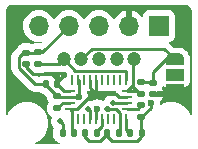
<source format=gbr>
%TF.GenerationSoftware,KiCad,Pcbnew,8.0.6-8.0.6-0~ubuntu24.04.1*%
%TF.CreationDate,2024-11-07T20:05:32-08:00*%
%TF.ProjectId,uSlime_BNO085_Module,75536c69-6d65-45f4-924e-4f3038355f4d,rev?*%
%TF.SameCoordinates,Original*%
%TF.FileFunction,Copper,L1,Top*%
%TF.FilePolarity,Positive*%
%FSLAX46Y46*%
G04 Gerber Fmt 4.6, Leading zero omitted, Abs format (unit mm)*
G04 Created by KiCad (PCBNEW 8.0.6-8.0.6-0~ubuntu24.04.1) date 2024-11-07 20:05:32*
%MOMM*%
%LPD*%
G01*
G04 APERTURE LIST*
G04 Aperture macros list*
%AMRoundRect*
0 Rectangle with rounded corners*
0 $1 Rounding radius*
0 $2 $3 $4 $5 $6 $7 $8 $9 X,Y pos of 4 corners*
0 Add a 4 corners polygon primitive as box body*
4,1,4,$2,$3,$4,$5,$6,$7,$8,$9,$2,$3,0*
0 Add four circle primitives for the rounded corners*
1,1,$1+$1,$2,$3*
1,1,$1+$1,$4,$5*
1,1,$1+$1,$6,$7*
1,1,$1+$1,$8,$9*
0 Add four rect primitives between the rounded corners*
20,1,$1+$1,$2,$3,$4,$5,0*
20,1,$1+$1,$4,$5,$6,$7,0*
20,1,$1+$1,$6,$7,$8,$9,0*
20,1,$1+$1,$8,$9,$2,$3,0*%
%AMFreePoly0*
4,1,19,0.550000,-0.750000,0.000000,-0.750000,0.000000,-0.744911,-0.071157,-0.744911,-0.207708,-0.704816,-0.327430,-0.627875,-0.420627,-0.520320,-0.479746,-0.390866,-0.500000,-0.250000,-0.500000,0.250000,-0.479746,0.390866,-0.420627,0.520320,-0.327430,0.627875,-0.207708,0.704816,-0.071157,0.744911,0.000000,0.744911,0.000000,0.750000,0.550000,0.750000,0.550000,-0.750000,0.550000,-0.750000,
$1*%
%AMFreePoly1*
4,1,19,0.000000,0.744911,0.071157,0.744911,0.207708,0.704816,0.327430,0.627875,0.420627,0.520320,0.479746,0.390866,0.500000,0.250000,0.500000,-0.250000,0.479746,-0.390866,0.420627,-0.520320,0.327430,-0.627875,0.207708,-0.704816,0.071157,-0.744911,0.000000,-0.744911,0.000000,-0.750000,-0.550000,-0.750000,-0.550000,0.750000,0.000000,0.750000,0.000000,0.744911,0.000000,0.744911,
$1*%
G04 Aperture macros list end*
%TA.AperFunction,SMDPad,CuDef*%
%ADD10RoundRect,0.135000X-0.135000X-0.185000X0.135000X-0.185000X0.135000X0.185000X-0.135000X0.185000X0*%
%TD*%
%TA.AperFunction,SMDPad,CuDef*%
%ADD11RoundRect,0.140000X-0.170000X0.140000X-0.170000X-0.140000X0.170000X-0.140000X0.170000X0.140000X0*%
%TD*%
%TA.AperFunction,SMDPad,CuDef*%
%ADD12RoundRect,0.140000X0.170000X-0.140000X0.170000X0.140000X-0.170000X0.140000X-0.170000X-0.140000X0*%
%TD*%
%TA.AperFunction,ComponentPad*%
%ADD13R,1.700000X1.700000*%
%TD*%
%TA.AperFunction,ComponentPad*%
%ADD14O,1.700000X1.700000*%
%TD*%
%TA.AperFunction,SMDPad,CuDef*%
%ADD15RoundRect,0.135000X0.135000X0.185000X-0.135000X0.185000X-0.135000X-0.185000X0.135000X-0.185000X0*%
%TD*%
%TA.AperFunction,SMDPad,CuDef*%
%ADD16RoundRect,0.140000X0.140000X0.170000X-0.140000X0.170000X-0.140000X-0.170000X0.140000X-0.170000X0*%
%TD*%
%TA.AperFunction,SMDPad,CuDef*%
%ADD17FreePoly0,270.000000*%
%TD*%
%TA.AperFunction,SMDPad,CuDef*%
%ADD18R,1.500000X1.000000*%
%TD*%
%TA.AperFunction,SMDPad,CuDef*%
%ADD19FreePoly1,270.000000*%
%TD*%
%TA.AperFunction,SMDPad,CuDef*%
%ADD20RoundRect,0.135000X-0.185000X0.135000X-0.185000X-0.135000X0.185000X-0.135000X0.185000X0.135000X0*%
%TD*%
%TA.AperFunction,ComponentPad*%
%ADD21C,1.200000*%
%TD*%
%TA.AperFunction,SMDPad,CuDef*%
%ADD22R,0.250000X0.914400*%
%TD*%
%TA.AperFunction,SMDPad,CuDef*%
%ADD23R,0.812800X0.250000*%
%TD*%
%TA.AperFunction,ViaPad*%
%ADD24C,0.600000*%
%TD*%
%TA.AperFunction,ViaPad*%
%ADD25C,0.500000*%
%TD*%
%TA.AperFunction,Conductor*%
%ADD26C,0.254000*%
%TD*%
G04 APERTURE END LIST*
D10*
%TO.P,R6,1*%
%TO.N,Net-(U1-ENV_SCL)*%
X10940000Y-11400000D03*
%TO.P,R6,2*%
%TO.N,+3.3V*%
X11960000Y-11400000D03*
%TD*%
D11*
%TO.P,C3,1*%
%TO.N,+3.3V*%
X2200000Y-4570000D03*
%TO.P,C3,2*%
%TO.N,GND*%
X2200000Y-5530000D03*
%TD*%
D12*
%TO.P,C2,1*%
%TO.N,GND*%
X12950000Y-8080000D03*
%TO.P,C2,2*%
%TO.N,+3.3V*%
X12950000Y-7120000D03*
%TD*%
D13*
%TO.P,J1,1,Pin_1*%
%TO.N,BNO_SCL*%
X13425000Y-2300000D03*
D14*
%TO.P,J1,2,Pin_2*%
%TO.N,GND*%
X10885000Y-2300000D03*
%TO.P,J1,3,Pin_3*%
%TO.N,BNO_INT2*%
X8345000Y-2300000D03*
%TO.P,J1,4,Pin_4*%
%TO.N,+3.3V*%
X5805000Y-2300000D03*
%TO.P,J1,5,Pin_5*%
%TO.N,BNO_SDA*%
X3265000Y-2300000D03*
%TD*%
D15*
%TO.P,R2,1*%
%TO.N,Net-(U1-NRST)*%
X8160000Y-11400000D03*
%TO.P,R2,2*%
%TO.N,+3.3V*%
X7140000Y-11400000D03*
%TD*%
D16*
%TO.P,C4,1*%
%TO.N,GND*%
X6230000Y-11400000D03*
%TO.P,C4,2*%
%TO.N,Net-(U1-CAP)*%
X5270000Y-11400000D03*
%TD*%
D17*
%TO.P,JP1,1,A*%
%TO.N,+3.3V*%
X14792500Y-5150000D03*
D18*
%TO.P,JP1,2,C*%
%TO.N,Net-(JP1-C)*%
X14792500Y-6450000D03*
D19*
%TO.P,JP1,3,B*%
%TO.N,GND*%
X14792500Y-7750000D03*
%TD*%
D20*
%TO.P,R3,1*%
%TO.N,+3.3V*%
X3200000Y-4540000D03*
%TO.P,R3,2*%
%TO.N,BNO_SDA*%
X3200000Y-5560000D03*
%TD*%
%TO.P,R7,1*%
%TO.N,Net-(U1-ENV_SDA)*%
X11900000Y-9040000D03*
%TO.P,R7,2*%
%TO.N,+3.3V*%
X11900000Y-10060000D03*
%TD*%
D21*
%TO.P,CN1,1,1*%
%TO.N,BNO_SCL*%
X11355000Y-5150000D03*
%TO.P,CN1,2,2*%
%TO.N,GND*%
X9855000Y-5150000D03*
%TO.P,CN1,3,3*%
%TO.N,BNO_INT2*%
X8355000Y-5150000D03*
%TO.P,CN1,4,4*%
%TO.N,+3.3V*%
X6855000Y-5150000D03*
%TO.P,CN1,5,5*%
%TO.N,BNO_SDA*%
X5355000Y-5150000D03*
%TD*%
D16*
%TO.P,C1,1*%
%TO.N,GND*%
X4830000Y-7250000D03*
%TO.P,C1,2*%
%TO.N,+3.3V*%
X3870000Y-7250000D03*
%TD*%
D22*
%TO.P,U1,1,RESV_NC*%
%TO.N,unconnected-(U1-RESV_NC-Pad1)*%
X6102600Y-6872670D03*
D23*
%TO.P,U1,2,GND*%
%TO.N,GND*%
X5911600Y-7800000D03*
%TO.P,U1,3,VDD*%
%TO.N,+3.3V*%
X5911600Y-8303070D03*
%TO.P,U1,4,BOOTN*%
%TO.N,Net-(U1-BOOTN)*%
X5911600Y-8803070D03*
%TO.P,U1,5,PS1*%
%TO.N,GND*%
X5911600Y-9303060D03*
D22*
%TO.P,U1,6,PS0/WAKE*%
X6102600Y-10225470D03*
%TO.P,U1,7,RESV_NC*%
%TO.N,unconnected-(U1-RESV_NC-Pad7)*%
X6602600Y-10225470D03*
%TO.P,U1,8,RESV_NC*%
%TO.N,unconnected-(U1-RESV_NC-Pad8)*%
X7102600Y-10225470D03*
%TO.P,U1,9,CAP*%
%TO.N,Net-(U1-CAP)*%
X7602600Y-10225470D03*
%TO.P,U1,10,CLKSEL0*%
%TO.N,+3.3V*%
X8102600Y-10225470D03*
%TO.P,U1,11,NRST*%
%TO.N,Net-(U1-NRST)*%
X8602600Y-10225470D03*
%TO.P,U1,12,RESV_NC*%
%TO.N,unconnected-(U1-RESV_NC-Pad12)*%
X9102600Y-10225470D03*
%TO.P,U1,13,RESV_NC*%
%TO.N,unconnected-(U1-RESV_NC-Pad13)*%
X9602600Y-10225470D03*
%TO.P,U1,14,H_INTN*%
%TO.N,BNO_INT2*%
X10102600Y-10225470D03*
%TO.P,U1,15,ENV_SCL*%
%TO.N,Net-(U1-ENV_SCL)*%
X10610600Y-10225470D03*
D23*
%TO.P,U1,16,ENV_SDA*%
%TO.N,Net-(U1-ENV_SDA)*%
X10737600Y-9303070D03*
%TO.P,U1,17,SA0/H_MOSI*%
%TO.N,Net-(JP1-C)*%
X10737600Y-8803070D03*
%TO.P,U1,18,H_CSN*%
%TO.N,GND*%
X10737600Y-8303070D03*
%TO.P,U1,19,H_SCL/SCK/RX*%
%TO.N,BNO_SCL*%
X10737600Y-7800000D03*
D22*
%TO.P,U1,20,H_SDA/H_MISO/TX*%
%TO.N,BNO_SDA*%
X10610600Y-6872670D03*
%TO.P,U1,21,RESV_NC*%
%TO.N,unconnected-(U1-RESV_NC-Pad21)*%
X10102600Y-6872670D03*
%TO.P,U1,22,RESV_NC*%
%TO.N,unconnected-(U1-RESV_NC-Pad22)*%
X9602600Y-6872670D03*
%TO.P,U1,23,RESV_NC*%
%TO.N,unconnected-(U1-RESV_NC-Pad23)*%
X9102600Y-6872670D03*
%TO.P,U1,24,RESV_NC*%
%TO.N,unconnected-(U1-RESV_NC-Pad24)*%
X8602600Y-6872670D03*
%TO.P,U1,25,GND*%
%TO.N,GND*%
X8102600Y-6872670D03*
%TO.P,U1,26,XOUT32/CLKSEL1*%
X7602600Y-6872670D03*
%TO.P,U1,27,XIN32*%
%TO.N,unconnected-(U1-XIN32-Pad27)*%
X7102600Y-6872670D03*
%TO.P,U1,28,VDDIO*%
%TO.N,+3.3V*%
X6602600Y-6872670D03*
%TD*%
D20*
%TO.P,R4,1*%
%TO.N,+3.3V*%
X11900000Y-7080000D03*
%TO.P,R4,2*%
%TO.N,BNO_SCL*%
X11900000Y-8100000D03*
%TD*%
%TO.P,R1,1*%
%TO.N,+3.3V*%
X4799000Y-8250000D03*
%TO.P,R1,2*%
%TO.N,Net-(U1-BOOTN)*%
X4799000Y-9270000D03*
%TD*%
D10*
%TO.P,R5,1*%
%TO.N,+3.3V*%
X9040000Y-11400000D03*
%TO.P,R5,2*%
%TO.N,BNO_INT2*%
X10060000Y-11400000D03*
%TD*%
D24*
%TO.N,GND*%
X8102600Y-8050000D03*
X5400000Y-6450000D03*
%TO.N,+3.3V*%
X12718845Y-8857751D03*
X6646972Y-8301535D03*
X8222180Y-9338431D03*
D25*
%TO.N,BNO_INT2*%
X9049182Y-9318268D03*
%TO.N,Net-(JP1-C)*%
X14800000Y-6450000D03*
X9523070Y-8803070D03*
%TO.N,Net-(U1-CAP)*%
X7420429Y-9361676D03*
X5050000Y-10400000D03*
%TD*%
D26*
%TO.N,GND*%
X8102600Y-8050000D02*
X7785219Y-8050000D01*
X7785219Y-8050000D02*
X6532159Y-9303060D01*
X7602600Y-6872670D02*
X7602600Y-7550000D01*
X6230000Y-11400000D02*
X6102600Y-11272600D01*
X6102600Y-11272600D02*
X6102600Y-10225470D01*
X6102600Y-10225470D02*
X6102600Y-9494060D01*
X9802200Y-8050000D02*
X10055270Y-8303070D01*
X2790001Y-6400000D02*
X4350000Y-6400000D01*
X6102600Y-9494060D02*
X5911600Y-9303060D01*
X4830000Y-7020000D02*
X5400000Y-6450000D01*
X4830000Y-7250000D02*
X4830000Y-7020000D01*
X8102600Y-8050000D02*
X9802200Y-8050000D01*
X7602600Y-7550000D02*
X8102600Y-8050000D01*
X10055270Y-8303070D02*
X10737600Y-8303070D01*
X8102600Y-8050000D02*
X8102600Y-6872670D01*
X6532159Y-9303060D02*
X5911600Y-9303060D01*
X5911600Y-7800000D02*
X5380000Y-7800000D01*
X2200000Y-5809999D02*
X2790001Y-6400000D01*
X12950000Y-8080000D02*
X14462500Y-8080000D01*
X2200000Y-5530000D02*
X2200000Y-5809999D01*
X14462500Y-8080000D02*
X14792500Y-7750000D01*
X4350000Y-6400000D02*
X4830000Y-6880000D01*
X5380000Y-7800000D02*
X4830000Y-7250000D01*
X4830000Y-6880000D02*
X4830000Y-7250000D01*
%TO.N,BNO_SCL*%
X11250000Y-7287600D02*
X11250000Y-5255000D01*
X10737600Y-7800000D02*
X11250000Y-7287600D01*
X11600000Y-7800000D02*
X10737600Y-7800000D01*
X11250000Y-7450000D02*
X11900000Y-8100000D01*
X11250000Y-7287600D02*
X11250000Y-7450000D01*
X11250000Y-5255000D02*
X11355000Y-5150000D01*
X11900000Y-8100000D02*
X11600000Y-7800000D01*
%TO.N,BNO_SDA*%
X3200000Y-5560000D02*
X4945000Y-5560000D01*
X6293470Y-6088470D02*
X10554600Y-6088470D01*
X10610600Y-6144470D02*
X10610600Y-6872670D01*
X4945000Y-5560000D02*
X5355000Y-5150000D01*
X10554600Y-6088470D02*
X10610600Y-6144470D01*
X5355000Y-5150000D02*
X6293470Y-6088470D01*
%TO.N,+3.3V*%
X8960000Y-11560000D02*
X9447000Y-12047000D01*
X2945682Y-7250000D02*
X1563000Y-5867318D01*
X11910000Y-11687000D02*
X11910000Y-11400000D01*
X6645000Y-6915070D02*
X6645000Y-8156070D01*
X3870000Y-7321000D02*
X4799000Y-8250000D01*
X12950000Y-7120000D02*
X12950000Y-6237500D01*
X9447000Y-12047000D02*
X11550000Y-12047000D01*
X1890001Y-4570000D02*
X2200000Y-4570000D01*
X1563000Y-4897001D02*
X1890001Y-4570000D01*
X11900000Y-10060000D02*
X11900000Y-11390000D01*
X7090000Y-11400000D02*
X7090000Y-11590000D01*
X8472999Y-12047000D02*
X8960000Y-11560000D01*
X12910000Y-7080000D02*
X12950000Y-7120000D01*
X11900000Y-11390000D02*
X11910000Y-11400000D01*
X12718845Y-9241155D02*
X11900000Y-10060000D01*
X3870000Y-7250000D02*
X3870000Y-7321000D01*
X7090000Y-11590000D02*
X7547000Y-12047000D01*
X6645000Y-8156070D02*
X6498000Y-8303070D01*
X2200000Y-4570000D02*
X3170000Y-4570000D01*
X7547000Y-12047000D02*
X8472999Y-12047000D01*
X1563000Y-5867318D02*
X1563000Y-4897001D01*
X7782000Y-4223000D02*
X13865500Y-4223000D01*
X8102600Y-10225470D02*
X8102600Y-9458011D01*
X3170000Y-4570000D02*
X3200000Y-4540000D01*
X6646972Y-8301535D02*
X6645437Y-8303070D01*
X3200000Y-4540000D02*
X3565000Y-4540000D01*
X3565000Y-4540000D02*
X5805000Y-2300000D01*
X8102600Y-9458011D02*
X8222180Y-9338431D01*
X4799000Y-8250000D02*
X4852070Y-8303070D01*
X13865500Y-4223000D02*
X14792500Y-5150000D01*
X3870000Y-7250000D02*
X2945682Y-7250000D01*
X12718845Y-8857751D02*
X12718845Y-9241155D01*
X4852070Y-8303070D02*
X5911600Y-8303070D01*
X14037500Y-5150000D02*
X14792500Y-5150000D01*
X6498000Y-8303070D02*
X5911600Y-8303070D01*
X12950000Y-6237500D02*
X14037500Y-5150000D01*
X6645437Y-8303070D02*
X5911600Y-8303070D01*
X11550000Y-12047000D02*
X11910000Y-11687000D01*
X6602600Y-6872670D02*
X6645000Y-6915070D01*
X6855000Y-5150000D02*
X7782000Y-4223000D01*
X11900000Y-7080000D02*
X12910000Y-7080000D01*
%TO.N,BNO_INT2*%
X10102600Y-11307400D02*
X10102600Y-10225470D01*
X10102600Y-9667332D02*
X9815338Y-9380070D01*
X9815338Y-9380070D02*
X9110984Y-9380070D01*
X10102600Y-10225470D02*
X10102600Y-9667332D01*
X9110984Y-9380070D02*
X9049182Y-9318268D01*
X10010000Y-11400000D02*
X10102600Y-11307400D01*
%TO.N,Net-(JP1-C)*%
X9523070Y-8803070D02*
X10737600Y-8803070D01*
X14792500Y-6450000D02*
X14800000Y-6450000D01*
%TO.N,Net-(U1-CAP)*%
X7475006Y-9361676D02*
X7602600Y-9489270D01*
X5270000Y-10620000D02*
X5050000Y-10400000D01*
X7420429Y-9361676D02*
X7475006Y-9361676D01*
X7602600Y-9489270D02*
X7602600Y-10225470D01*
X5270000Y-11400000D02*
X5270000Y-10620000D01*
%TO.N,Net-(U1-BOOTN)*%
X5265930Y-8803070D02*
X4799000Y-9270000D01*
X5911600Y-8803070D02*
X5265930Y-8803070D01*
%TO.N,Net-(U1-NRST)*%
X8602600Y-10810292D02*
X8110000Y-11302892D01*
X8602600Y-10225470D02*
X8602600Y-10810292D01*
X8110000Y-11302892D02*
X8110000Y-11400000D01*
%TO.N,Net-(U1-ENV_SCL)*%
X10610600Y-11120600D02*
X10890000Y-11400000D01*
X10610600Y-10225470D02*
X10610600Y-11120600D01*
%TO.N,Net-(U1-ENV_SDA)*%
X11900000Y-9040000D02*
X11636930Y-9303070D01*
X11636930Y-9303070D02*
X10737600Y-9303070D01*
%TD*%
%TA.AperFunction,Conductor*%
%TO.N,BNO_INT2*%
G36*
X9155627Y-9091853D02*
G01*
X9170470Y-9098130D01*
X9187178Y-9105195D01*
X9191463Y-9108309D01*
X9206900Y-9126124D01*
X9225021Y-9147037D01*
X9334001Y-9217074D01*
X9430084Y-9245286D01*
X9458297Y-9253570D01*
X9525189Y-9253570D01*
X9533462Y-9256997D01*
X9536889Y-9265270D01*
X9536889Y-9496746D01*
X9533462Y-9505019D01*
X9526646Y-9508355D01*
X9062286Y-9566623D01*
X9053650Y-9564253D01*
X9049220Y-9556471D01*
X9049129Y-9555061D01*
X9048191Y-9320642D01*
X9049097Y-9316080D01*
X9140319Y-9098129D01*
X9146675Y-9091821D01*
X9155627Y-9091853D01*
G37*
%TD.AperFunction*%
%TD*%
%TA.AperFunction,Conductor*%
%TO.N,GND*%
G36*
X15630632Y-507573D02*
G01*
X15631149Y-507607D01*
X15634100Y-507607D01*
X15634104Y-507608D01*
X15697245Y-507607D01*
X15702732Y-507915D01*
X15742477Y-512393D01*
X15805661Y-519512D01*
X15816357Y-521953D01*
X15911507Y-555247D01*
X15921392Y-560007D01*
X16000120Y-609475D01*
X16006754Y-613643D01*
X16015333Y-620485D01*
X16086614Y-691766D01*
X16093456Y-700345D01*
X16147092Y-785707D01*
X16151852Y-795593D01*
X16185145Y-890741D01*
X16187587Y-901438D01*
X16199184Y-1004368D01*
X16199492Y-1009854D01*
X16199492Y-1075991D01*
X16199493Y-1076008D01*
X16199497Y-9822389D01*
X16185145Y-9857037D01*
X16150497Y-9871389D01*
X16115849Y-9857037D01*
X16105227Y-9841140D01*
X16068284Y-9751951D01*
X15950273Y-9547550D01*
X15950270Y-9547546D01*
X15950264Y-9547537D01*
X15806596Y-9360306D01*
X15806586Y-9360294D01*
X15639705Y-9193413D01*
X15639693Y-9193403D01*
X15452462Y-9049735D01*
X15452447Y-9049725D01*
X15248050Y-8931716D01*
X15029996Y-8841395D01*
X15029986Y-8841391D01*
X14802025Y-8780309D01*
X14802018Y-8780308D01*
X14802014Y-8780307D01*
X14568011Y-8749500D01*
X14331989Y-8749500D01*
X14097986Y-8780307D01*
X14097982Y-8780307D01*
X14097974Y-8780309D01*
X13870013Y-8841391D01*
X13870003Y-8841395D01*
X13651949Y-8931717D01*
X13590680Y-8967090D01*
X13553498Y-8971984D01*
X13523745Y-8949153D01*
X13517489Y-8919169D01*
X13524410Y-8857751D01*
X13513172Y-8758012D01*
X13523554Y-8721977D01*
X13527216Y-8717880D01*
X13629718Y-8615378D01*
X13629722Y-8615373D01*
X13712031Y-8476197D01*
X13754505Y-8330000D01*
X13343468Y-8330000D01*
X13308820Y-8315648D01*
X13221108Y-8227936D01*
X13221104Y-8227933D01*
X13068371Y-8131963D01*
X12898103Y-8072384D01*
X12898102Y-8072383D01*
X12898100Y-8072383D01*
X12898096Y-8072382D01*
X12898094Y-8072382D01*
X12764012Y-8057274D01*
X12731189Y-8039133D01*
X12720499Y-8008582D01*
X12720499Y-7949500D01*
X12734851Y-7914852D01*
X12769499Y-7900500D01*
X13184679Y-7900500D01*
X13184690Y-7900500D01*
X13220993Y-7897643D01*
X13376395Y-7852494D01*
X13402892Y-7836823D01*
X13427835Y-7830000D01*
X13754505Y-7830000D01*
X13754505Y-7829999D01*
X13712032Y-7683804D01*
X13677510Y-7625434D01*
X13672225Y-7588305D01*
X13677504Y-7575558D01*
X13712494Y-7516395D01*
X13738477Y-7426961D01*
X13761924Y-7397694D01*
X13799200Y-7393579D01*
X13802633Y-7394715D01*
X13935017Y-7444091D01*
X13935020Y-7444092D01*
X13978677Y-7448785D01*
X13994627Y-7450500D01*
X15590372Y-7450499D01*
X15590378Y-7450499D01*
X15649978Y-7444092D01*
X15649979Y-7444091D01*
X15649983Y-7444091D01*
X15784831Y-7393796D01*
X15900046Y-7307546D01*
X15986296Y-7192331D01*
X16036591Y-7057483D01*
X16036591Y-7057481D01*
X16036592Y-7057479D01*
X16041125Y-7015310D01*
X16043000Y-6997873D01*
X16042999Y-5902128D01*
X16042999Y-5902120D01*
X16036592Y-5842521D01*
X16036591Y-5842517D01*
X16034405Y-5836657D01*
X16031815Y-5812565D01*
X16048000Y-5700000D01*
X16048000Y-5078111D01*
X16027524Y-4935696D01*
X15987017Y-4797741D01*
X15927247Y-4666863D01*
X15850936Y-4548121D01*
X15850615Y-4547556D01*
X15849514Y-4545908D01*
X15849513Y-4545905D01*
X15849509Y-4545900D01*
X15755291Y-4437167D01*
X15646631Y-4343015D01*
X15646625Y-4343010D01*
X15525602Y-4265234D01*
X15525601Y-4265233D01*
X15397198Y-4206593D01*
X15395497Y-4205703D01*
X15256754Y-4164964D01*
X15114445Y-4144503D01*
X15114441Y-4144503D01*
X15027035Y-4144503D01*
X15027028Y-4144500D01*
X15006736Y-4144500D01*
X14694715Y-4144500D01*
X14660067Y-4130148D01*
X14264066Y-3734147D01*
X14249714Y-3699499D01*
X14264066Y-3664851D01*
X14298714Y-3650499D01*
X14322878Y-3650499D01*
X14382478Y-3644092D01*
X14382479Y-3644091D01*
X14382483Y-3644091D01*
X14517331Y-3593796D01*
X14632546Y-3507546D01*
X14718796Y-3392331D01*
X14769091Y-3257483D01*
X14769091Y-3257481D01*
X14769092Y-3257479D01*
X14775499Y-3197879D01*
X14775500Y-3197873D01*
X14775499Y-1402128D01*
X14775499Y-1402127D01*
X14775499Y-1402120D01*
X14769092Y-1342521D01*
X14739017Y-1261885D01*
X14718796Y-1207669D01*
X14632546Y-1092454D01*
X14544534Y-1026568D01*
X14517333Y-1006205D01*
X14517331Y-1006204D01*
X14472381Y-989439D01*
X14382479Y-955907D01*
X14322879Y-949500D01*
X12527120Y-949500D01*
X12467521Y-955907D01*
X12332666Y-1006205D01*
X12217454Y-1092454D01*
X12131205Y-1207666D01*
X12080907Y-1342520D01*
X12074500Y-1402120D01*
X12074500Y-1489721D01*
X12060148Y-1524369D01*
X12025500Y-1538721D01*
X11990852Y-1524369D01*
X11985362Y-1517826D01*
X11923114Y-1428927D01*
X11923108Y-1428920D01*
X11756079Y-1261891D01*
X11756072Y-1261885D01*
X11562589Y-1126405D01*
X11562577Y-1126398D01*
X11348488Y-1026568D01*
X11348483Y-1026566D01*
X11135000Y-969363D01*
X11135000Y-1866988D01*
X11077993Y-1834075D01*
X10950826Y-1800000D01*
X10819174Y-1800000D01*
X10692007Y-1834075D01*
X10635000Y-1866988D01*
X10635000Y-969363D01*
X10634999Y-969363D01*
X10421516Y-1026566D01*
X10421511Y-1026567D01*
X10207423Y-1126398D01*
X10207411Y-1126405D01*
X10013927Y-1261885D01*
X10013920Y-1261891D01*
X9846891Y-1428920D01*
X9846885Y-1428927D01*
X9711405Y-1622411D01*
X9711398Y-1622423D01*
X9659685Y-1733324D01*
X9632035Y-1758661D01*
X9594568Y-1757025D01*
X9570867Y-1733324D01*
X9519036Y-1622172D01*
X9519028Y-1622160D01*
X9383499Y-1428604D01*
X9383493Y-1428597D01*
X9216402Y-1261506D01*
X9216395Y-1261500D01*
X9022840Y-1125970D01*
X9022828Y-1125963D01*
X8808660Y-1026095D01*
X8808655Y-1026094D01*
X8580416Y-964938D01*
X8580410Y-964937D01*
X8345000Y-944341D01*
X8109589Y-964937D01*
X8109583Y-964938D01*
X7881344Y-1026094D01*
X7881339Y-1026095D01*
X7667172Y-1125963D01*
X7667160Y-1125971D01*
X7473604Y-1261500D01*
X7473597Y-1261506D01*
X7306506Y-1428597D01*
X7306500Y-1428604D01*
X7170971Y-1622160D01*
X7170963Y-1622172D01*
X7119409Y-1732732D01*
X7091759Y-1758069D01*
X7054292Y-1756433D01*
X7030591Y-1732732D01*
X6979036Y-1622172D01*
X6979028Y-1622160D01*
X6843499Y-1428604D01*
X6843493Y-1428597D01*
X6676402Y-1261506D01*
X6676395Y-1261500D01*
X6482840Y-1125970D01*
X6482828Y-1125963D01*
X6268660Y-1026095D01*
X6268655Y-1026094D01*
X6040416Y-964938D01*
X6040410Y-964937D01*
X5805000Y-944341D01*
X5569589Y-964937D01*
X5569583Y-964938D01*
X5341344Y-1026094D01*
X5341339Y-1026095D01*
X5127172Y-1125963D01*
X5127160Y-1125971D01*
X4933604Y-1261500D01*
X4933597Y-1261506D01*
X4766506Y-1428597D01*
X4766500Y-1428604D01*
X4630971Y-1622160D01*
X4630963Y-1622172D01*
X4579409Y-1732732D01*
X4551759Y-1758069D01*
X4514292Y-1756433D01*
X4490591Y-1732732D01*
X4439036Y-1622172D01*
X4439028Y-1622160D01*
X4303499Y-1428604D01*
X4303493Y-1428597D01*
X4136402Y-1261506D01*
X4136395Y-1261500D01*
X3942840Y-1125970D01*
X3942828Y-1125963D01*
X3728660Y-1026095D01*
X3728655Y-1026094D01*
X3500416Y-964938D01*
X3500410Y-964937D01*
X3265000Y-944341D01*
X3029589Y-964937D01*
X3029583Y-964938D01*
X2801344Y-1026094D01*
X2801339Y-1026095D01*
X2587172Y-1125963D01*
X2587160Y-1125971D01*
X2393604Y-1261500D01*
X2393597Y-1261506D01*
X2226506Y-1428597D01*
X2226500Y-1428604D01*
X2090971Y-1622160D01*
X2090963Y-1622172D01*
X1991095Y-1836339D01*
X1991094Y-1836344D01*
X1929938Y-2064583D01*
X1929937Y-2064589D01*
X1909341Y-2300000D01*
X1929937Y-2535410D01*
X1929938Y-2535416D01*
X1991094Y-2763655D01*
X1991095Y-2763660D01*
X2090963Y-2977828D01*
X2090970Y-2977840D01*
X2226500Y-3171395D01*
X2226506Y-3171402D01*
X2393597Y-3338493D01*
X2393604Y-3338499D01*
X2587159Y-3474029D01*
X2587171Y-3474036D01*
X2801339Y-3573904D01*
X2801344Y-3573905D01*
X3029583Y-3635061D01*
X3029587Y-3635061D01*
X3029592Y-3635063D01*
X3265000Y-3655659D01*
X3456278Y-3638923D01*
X3492042Y-3650201D01*
X3509360Y-3683466D01*
X3498082Y-3719233D01*
X3495194Y-3722385D01*
X3462431Y-3755148D01*
X3427783Y-3769500D01*
X2950820Y-3769500D01*
X2950805Y-3769501D01*
X2914796Y-3772334D01*
X2760606Y-3817131D01*
X2701215Y-3852253D01*
X2664086Y-3857536D01*
X2651330Y-3852252D01*
X2626395Y-3837506D01*
X2626397Y-3837506D01*
X2470992Y-3792356D01*
X2434692Y-3789500D01*
X2434690Y-3789500D01*
X1965310Y-3789500D01*
X1965307Y-3789500D01*
X1929008Y-3792356D01*
X1929006Y-3792356D01*
X1773601Y-3837507D01*
X1634317Y-3919879D01*
X1634312Y-3919883D01*
X1519881Y-4034314D01*
X1496420Y-4073984D01*
X1488892Y-4083688D01*
X1162992Y-4409590D01*
X1075588Y-4496993D01*
X1006644Y-4600176D01*
X1005995Y-4601991D01*
X959616Y-4713958D01*
X959613Y-4713968D01*
X947474Y-4775000D01*
X940315Y-4810993D01*
X935500Y-4835198D01*
X935500Y-5805515D01*
X935500Y-5929121D01*
X951502Y-6009570D01*
X959613Y-6050350D01*
X959615Y-6050356D01*
X975042Y-6087598D01*
X975042Y-6087599D01*
X1006915Y-6164548D01*
X1034795Y-6206273D01*
X1039304Y-6213022D01*
X1075589Y-6267326D01*
X2458271Y-7650008D01*
X2545674Y-7737411D01*
X2648449Y-7806083D01*
X2683313Y-7820524D01*
X2762648Y-7853386D01*
X2883879Y-7877500D01*
X3261400Y-7877500D01*
X3296048Y-7891852D01*
X3334312Y-7930116D01*
X3334317Y-7930120D01*
X3473601Y-8012492D01*
X3473602Y-8012492D01*
X3473605Y-8012494D01*
X3629007Y-8057643D01*
X3665310Y-8060500D01*
X3701785Y-8060500D01*
X3736433Y-8074852D01*
X3964148Y-8302567D01*
X3978500Y-8337215D01*
X3978500Y-8449166D01*
X3978501Y-8449184D01*
X3981334Y-8485203D01*
X4026130Y-8639391D01*
X4082706Y-8735057D01*
X4087989Y-8772186D01*
X4082706Y-8784943D01*
X4026130Y-8880608D01*
X3981334Y-9034795D01*
X3981334Y-9034797D01*
X3978500Y-9070816D01*
X3978500Y-9469179D01*
X3978501Y-9469194D01*
X3981334Y-9505203D01*
X4026131Y-9659394D01*
X4107861Y-9797593D01*
X4107865Y-9797598D01*
X4221401Y-9911134D01*
X4221406Y-9911138D01*
X4359916Y-9993052D01*
X4382434Y-10023042D01*
X4377149Y-10060171D01*
X4376464Y-10061295D01*
X4369547Y-10072303D01*
X4369543Y-10072312D01*
X4313688Y-10231937D01*
X4313686Y-10231946D01*
X4294751Y-10400000D01*
X4312575Y-10558197D01*
X4313687Y-10568059D01*
X4369544Y-10727690D01*
X4369545Y-10727691D01*
X4459521Y-10870887D01*
X4459524Y-10870891D01*
X4522582Y-10933949D01*
X4536934Y-10968597D01*
X4534988Y-10982267D01*
X4492357Y-11129004D01*
X4492356Y-11129008D01*
X4489500Y-11165307D01*
X4489500Y-11634692D01*
X4492356Y-11670991D01*
X4492356Y-11670993D01*
X4537507Y-11826398D01*
X4619879Y-11965682D01*
X4619883Y-11965687D01*
X4734312Y-12080116D01*
X4734317Y-12080120D01*
X4873601Y-12162492D01*
X4873602Y-12162492D01*
X4873605Y-12162494D01*
X4970087Y-12190525D01*
X5014560Y-12203446D01*
X5043828Y-12226894D01*
X5047943Y-12264171D01*
X5024495Y-12293439D01*
X5000889Y-12299500D01*
X2977606Y-12299500D01*
X2942958Y-12285148D01*
X2928606Y-12250500D01*
X2942958Y-12215852D01*
X2958854Y-12205230D01*
X2981057Y-12196033D01*
X3048049Y-12168284D01*
X3252450Y-12050273D01*
X3439699Y-11906592D01*
X3606592Y-11739699D01*
X3750273Y-11552450D01*
X3868284Y-11348049D01*
X3958606Y-11129993D01*
X4019693Y-10902014D01*
X4050500Y-10668011D01*
X4050500Y-10431989D01*
X4019693Y-10197986D01*
X3986018Y-10072310D01*
X3958608Y-9970013D01*
X3958604Y-9970003D01*
X3934221Y-9911138D01*
X3868284Y-9751951D01*
X3750273Y-9547550D01*
X3750270Y-9547546D01*
X3750264Y-9547537D01*
X3606596Y-9360306D01*
X3606586Y-9360294D01*
X3439705Y-9193413D01*
X3439693Y-9193403D01*
X3252462Y-9049735D01*
X3252447Y-9049725D01*
X3048050Y-8931716D01*
X2829996Y-8841395D01*
X2829986Y-8841391D01*
X2602025Y-8780309D01*
X2602018Y-8780308D01*
X2602014Y-8780307D01*
X2368011Y-8749500D01*
X2131989Y-8749500D01*
X1897986Y-8780307D01*
X1897982Y-8780307D01*
X1897974Y-8780309D01*
X1670013Y-8841391D01*
X1670003Y-8841395D01*
X1451949Y-8931716D01*
X1247552Y-9049725D01*
X1247537Y-9049735D01*
X1060306Y-9193403D01*
X1060294Y-9193413D01*
X893413Y-9360294D01*
X893403Y-9360306D01*
X749735Y-9547537D01*
X749725Y-9547552D01*
X631716Y-9751949D01*
X594770Y-9841146D01*
X568251Y-9867664D01*
X530748Y-9867664D01*
X504230Y-9841145D01*
X500500Y-9822394D01*
X500500Y-1002752D01*
X500808Y-997266D01*
X506190Y-949500D01*
X512406Y-894332D01*
X514848Y-883637D01*
X548145Y-788477D01*
X552897Y-778610D01*
X606541Y-693235D01*
X613375Y-684666D01*
X684666Y-613375D01*
X693235Y-606541D01*
X778610Y-552897D01*
X788477Y-548145D01*
X883640Y-514847D01*
X894330Y-512406D01*
X997262Y-500808D01*
X1002758Y-500501D01*
X15630632Y-507573D01*
G37*
%TD.AperFunction*%
%TA.AperFunction,Conductor*%
G36*
X8338144Y-7823552D02*
G01*
X8367069Y-7823548D01*
X8367138Y-7823257D01*
X8368369Y-7823548D01*
X8369010Y-7823548D01*
X8370117Y-7823961D01*
X8370118Y-7823961D01*
X8370121Y-7823962D01*
X8411680Y-7828429D01*
X8429727Y-7830370D01*
X8775472Y-7830369D01*
X8775478Y-7830369D01*
X8835077Y-7823962D01*
X8835078Y-7823961D01*
X8835083Y-7823961D01*
X8835463Y-7823818D01*
X8835684Y-7823818D01*
X8838067Y-7823256D01*
X8838199Y-7823818D01*
X8867007Y-7823816D01*
X8867140Y-7823257D01*
X8869504Y-7823816D01*
X8869728Y-7823816D01*
X8870117Y-7823961D01*
X8870121Y-7823961D01*
X8870123Y-7823962D01*
X8870122Y-7823962D01*
X8908948Y-7828135D01*
X8929727Y-7830370D01*
X9275472Y-7830369D01*
X9275478Y-7830369D01*
X9335077Y-7823962D01*
X9335078Y-7823961D01*
X9335083Y-7823961D01*
X9335463Y-7823818D01*
X9335684Y-7823818D01*
X9338067Y-7823256D01*
X9338199Y-7823818D01*
X9367007Y-7823816D01*
X9367140Y-7823257D01*
X9369504Y-7823816D01*
X9369728Y-7823816D01*
X9370117Y-7823961D01*
X9370121Y-7823961D01*
X9370123Y-7823962D01*
X9370122Y-7823962D01*
X9408948Y-7828135D01*
X9429727Y-7830370D01*
X9775472Y-7830369D01*
X9776457Y-7830263D01*
X9776612Y-7830308D01*
X9776791Y-7830299D01*
X9776794Y-7830362D01*
X9812442Y-7840825D01*
X9830419Y-7873739D01*
X9830700Y-7878981D01*
X9830700Y-7972879D01*
X9837108Y-8032481D01*
X9837108Y-8032485D01*
X9837220Y-8032783D01*
X9837214Y-8032932D01*
X9837813Y-8035464D01*
X9837117Y-8035628D01*
X9835874Y-8070261D01*
X9808420Y-8095811D01*
X9775123Y-8096147D01*
X9691135Y-8066759D01*
X9691134Y-8066758D01*
X9691129Y-8066757D01*
X9691125Y-8066756D01*
X9691123Y-8066756D01*
X9523070Y-8047821D01*
X9355016Y-8066756D01*
X9355007Y-8066758D01*
X9195380Y-8122614D01*
X9195378Y-8122615D01*
X9052182Y-8212591D01*
X9052178Y-8212594D01*
X8932594Y-8332178D01*
X8932591Y-8332182D01*
X8842615Y-8475378D01*
X8842614Y-8475380D01*
X8802539Y-8589906D01*
X8777549Y-8617870D01*
X8772474Y-8619972D01*
X8721492Y-8637812D01*
X8721488Y-8637814D01*
X8692695Y-8655906D01*
X8655722Y-8662187D01*
X8640557Y-8655906D01*
X8591951Y-8625365D01*
X8571702Y-8612642D01*
X8401435Y-8553063D01*
X8401431Y-8553062D01*
X8401429Y-8553062D01*
X8222180Y-8532866D01*
X8042930Y-8553062D01*
X8042921Y-8553064D01*
X7872660Y-8612641D01*
X7872654Y-8612644D01*
X7777987Y-8672126D01*
X7741014Y-8678407D01*
X7735735Y-8676886D01*
X7588494Y-8625365D01*
X7588493Y-8625364D01*
X7588488Y-8625363D01*
X7588482Y-8625362D01*
X7588481Y-8625362D01*
X7450651Y-8609832D01*
X7417827Y-8591691D01*
X7407445Y-8555654D01*
X7409887Y-8544956D01*
X7432340Y-8480790D01*
X7452537Y-8301535D01*
X7432340Y-8122280D01*
X7372761Y-7952013D01*
X7340393Y-7900500D01*
X7340106Y-7900043D01*
X7333824Y-7863070D01*
X7355525Y-7832484D01*
X7386833Y-7825254D01*
X7429766Y-7829870D01*
X7775435Y-7829870D01*
X7834970Y-7823469D01*
X7834973Y-7823468D01*
X7835468Y-7823284D01*
X7835754Y-7823284D01*
X7837953Y-7822764D01*
X7838076Y-7823284D01*
X7867124Y-7823284D01*
X7867247Y-7822764D01*
X7869446Y-7823284D01*
X7869732Y-7823284D01*
X7870226Y-7823468D01*
X7870229Y-7823469D01*
X7929765Y-7829870D01*
X8275435Y-7829870D01*
X8334976Y-7823468D01*
X8337958Y-7822764D01*
X8338144Y-7823552D01*
G37*
%TD.AperFunction*%
%TA.AperFunction,Conductor*%
G36*
X4995200Y-6190809D02*
G01*
X5052538Y-6213022D01*
X5052539Y-6213022D01*
X5052544Y-6213024D01*
X5253024Y-6250500D01*
X5253026Y-6250500D01*
X5435165Y-6250500D01*
X5469813Y-6264852D01*
X5484165Y-6299500D01*
X5483528Y-6304905D01*
X5483836Y-6304939D01*
X5477100Y-6367590D01*
X5477100Y-6563707D01*
X5462748Y-6598355D01*
X5428100Y-6612707D01*
X5393452Y-6598355D01*
X5365378Y-6570281D01*
X5365373Y-6570277D01*
X5226198Y-6487969D01*
X5080000Y-6445493D01*
X5080000Y-7430500D01*
X5065648Y-7465148D01*
X5031000Y-7479500D01*
X4936215Y-7479500D01*
X4901567Y-7465148D01*
X4664852Y-7228433D01*
X4650500Y-7193785D01*
X4650500Y-7015321D01*
X4650500Y-7015310D01*
X4647643Y-6979007D01*
X4602494Y-6823605D01*
X4598088Y-6816155D01*
X4586823Y-6797105D01*
X4580000Y-6772163D01*
X4580000Y-6445494D01*
X4579999Y-6445493D01*
X4433806Y-6487967D01*
X4375433Y-6522489D01*
X4338304Y-6527772D01*
X4325547Y-6522488D01*
X4266398Y-6487507D01*
X4110992Y-6442356D01*
X4074692Y-6439500D01*
X4074690Y-6439500D01*
X3665310Y-6439500D01*
X3665307Y-6439500D01*
X3629008Y-6442356D01*
X3629006Y-6442356D01*
X3473601Y-6487507D01*
X3334317Y-6569879D01*
X3334312Y-6569883D01*
X3296048Y-6608148D01*
X3261400Y-6622500D01*
X3225897Y-6622500D01*
X3191249Y-6608148D01*
X2997248Y-6414147D01*
X2982896Y-6379499D01*
X2997248Y-6344851D01*
X3031893Y-6330499D01*
X3449180Y-6330499D01*
X3449185Y-6330498D01*
X3449194Y-6330498D01*
X3469469Y-6328902D01*
X3485204Y-6327665D01*
X3639393Y-6282869D01*
X3777598Y-6201135D01*
X3777601Y-6201131D01*
X3780030Y-6199248D01*
X3780793Y-6200231D01*
X3811529Y-6187500D01*
X4883197Y-6187500D01*
X4977499Y-6187500D01*
X4995200Y-6190809D01*
G37*
%TD.AperFunction*%
%TD*%
M02*

</source>
